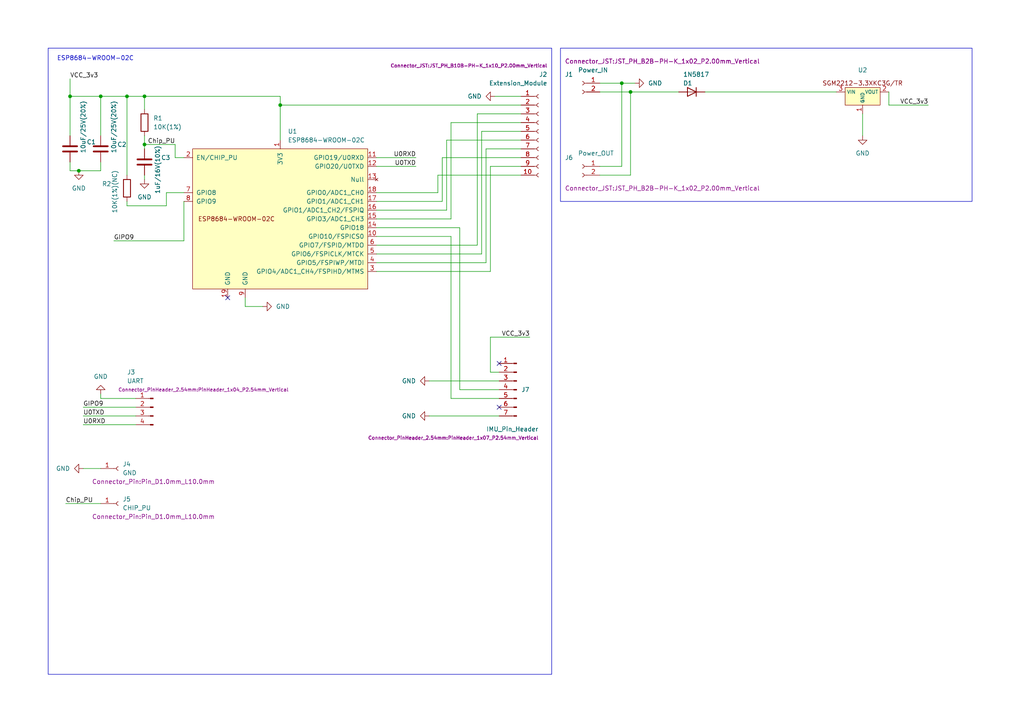
<source format=kicad_sch>
(kicad_sch (version 20230121) (generator eeschema)
  (paper "A4")
  (title_block (title "LimeVR_Soda") (date "2024-02-24") (rev "v1.1") (company "SourLemonJuice"))
  (lib_symbols
    (symbol "Connector:Conn_01x01_Socket" (pin_names (offset 1.016) hide)
      (property "Reference" "J" (at 0 2.54 0))
      (property "Value" "Conn_01x01_Socket" (at 0 -2.54 0))
      (symbol "Conn_01x01_Socket_1_1"
        (polyline (pts (xy -1.27 0) (xy -0.508 0)) (stroke (width 0.1524)))
        (arc (start 0 0.508) (mid -0.5058 0) (end 0 -0.508) (stroke (width 0.1524)))
        (pin passive line (at -5.08 0 0) (length 3.81) (name "Pin_1") (number "1"))
      )
    )
    (symbol "Connector:Conn_01x02_Socket" (pin_names (offset 1.016) hide)
      (property "Reference" "J" (at 0 2.54 0))
      (property "Value" "Conn_01x02_Socket" (at 0 -5.08 0))
      (symbol "Conn_01x02_Socket_1_1"
        (arc (start 0 -2.032) (mid -0.5058 -2.54) (end 0 -3.048) (stroke (width 0.1524)))
        (polyline (pts (xy -1.27 -2.54) (xy -0.508 -2.54)) (stroke (width 0.1524)))
        (polyline (pts (xy -1.27 0) (xy -0.508 0)) (stroke (width 0.1524)))
        (arc (start 0 0.508) (mid -0.5058 0) (end 0 -0.508) (stroke (width 0.1524)))
        (pin passive line (at -5.08 0 0) (length 3.81) (name "Pin_1") (number "1"))
        (pin passive line (at -5.08 -2.54 0) (length 3.81) (name "Pin_2") (number "2"))
      )
    )
    (symbol "Connector:Conn_01x04_Pin" (pin_names (offset 1.016) hide)
      (property "Reference" "J" (at 0 5.08 0))
      (property "Value" "Conn_01x04_Pin" (at 0 -7.62 0))
      (symbol "Conn_01x04_Pin_1_1"
        (polyline (pts (xy 1.27 -5.08) (xy 0.8636 -5.08)) (stroke (width 0.1524)))
        (polyline (pts (xy 1.27 -2.54) (xy 0.8636 -2.54)) (stroke (width 0.1524)))
        (polyline (pts (xy 1.27 0) (xy 0.8636 0)) (stroke (width 0.1524)))
        (polyline (pts (xy 1.27 2.54) (xy 0.8636 2.54)) (stroke (width 0.1524)))
        (rectangle (start 0.8636 -4.953) (end 0 -5.207) (stroke (width 0.1524)) (fill (type outline)))
        (rectangle (start 0.8636 -2.413) (end 0 -2.667) (stroke (width 0.1524)) (fill (type outline)))
        (rectangle (start 0.8636 0.127) (end 0 -0.127) (stroke (width 0.1524)) (fill (type outline)))
        (rectangle (start 0.8636 2.667) (end 0 2.413) (stroke (width 0.1524)) (fill (type outline)))
        (pin passive line (at 5.08 2.54 180) (length 3.81) (name "Pin_1") (number "1"))
        (pin passive line (at 5.08 0 180) (length 3.81) (name "Pin_2") (number "2"))
        (pin passive line (at 5.08 -2.54 180) (length 3.81) (name "Pin_3") (number "3"))
        (pin passive line (at 5.08 -5.08 180) (length 3.81) (name "Pin_4") (number "4"))
      )
    )
    (symbol "Connector:Conn_01x07_Pin" (pin_names (offset 1.016) hide)
      (property "Reference" "J" (at 0 10.16 0))
      (property "Value" "Conn_01x07_Pin" (at 0 -10.16 0))
      (symbol "Conn_01x07_Pin_1_1"
        (polyline (pts (xy 1.27 -7.62) (xy 0.8636 -7.62)) (stroke (width 0.1524)))
        (polyline (pts (xy 1.27 -5.08) (xy 0.8636 -5.08)) (stroke (width 0.1524)))
        (polyline (pts (xy 1.27 -2.54) (xy 0.8636 -2.54)) (stroke (width 0.1524)))
        (polyline (pts (xy 1.27 0) (xy 0.8636 0)) (stroke (width 0.1524)))
        (polyline (pts (xy 1.27 2.54) (xy 0.8636 2.54)) (stroke (width 0.1524)))
        (polyline (pts (xy 1.27 5.08) (xy 0.8636 5.08)) (stroke (width 0.1524)))
        (polyline (pts (xy 1.27 7.62) (xy 0.8636 7.62)) (stroke (width 0.1524)))
        (rectangle (start 0.8636 -7.493) (end 0 -7.747) (stroke (width 0.1524)) (fill (type outline)))
        (rectangle (start 0.8636 -4.953) (end 0 -5.207) (stroke (width 0.1524)) (fill (type outline)))
        (rectangle (start 0.8636 -2.413) (end 0 -2.667) (stroke (width 0.1524)) (fill (type outline)))
        (rectangle (start 0.8636 0.127) (end 0 -0.127) (stroke (width 0.1524)) (fill (type outline)))
        (rectangle (start 0.8636 2.667) (end 0 2.413) (stroke (width 0.1524)) (fill (type outline)))
        (rectangle (start 0.8636 5.207) (end 0 4.953) (stroke (width 0.1524)) (fill (type outline)))
        (rectangle (start 0.8636 7.747) (end 0 7.493) (stroke (width 0.1524)) (fill (type outline)))
        (pin passive line (at 5.08 7.62 180) (length 3.81) (name "Pin_1") (number "1"))
        (pin passive line (at 5.08 5.08 180) (length 3.81) (name "Pin_2") (number "2"))
        (pin passive line (at 5.08 2.54 180) (length 3.81) (name "Pin_3") (number "3"))
        (pin passive line (at 5.08 0 180) (length 3.81) (name "Pin_4") (number "4"))
        (pin passive line (at 5.08 -2.54 180) (length 3.81) (name "Pin_5") (number "5"))
        (pin passive line (at 5.08 -5.08 180) (length 3.81) (name "Pin_6") (number "6"))
        (pin passive line (at 5.08 -7.62 180) (length 3.81) (name "Pin_7") (number "7"))
      )
    )
    (symbol "Connector:Conn_01x10_Socket" (pin_names (offset 1.016) hide)
      (property "Reference" "J" (at 0 12.7 0))
      (property "Value" "Conn_01x10_Socket" (at 0 -15.24 0))
      (symbol "Conn_01x10_Socket_1_1"
        (arc (start 0 -12.192) (mid -0.5058 -12.7) (end 0 -13.208) (stroke (width 0.1524)))
        (arc (start 0 -9.652) (mid -0.5058 -10.16) (end 0 -10.668) (stroke (width 0.1524)))
        (arc (start 0 -7.112) (mid -0.5058 -7.62) (end 0 -8.128) (stroke (width 0.1524)))
        (arc (start 0 -4.572) (mid -0.5058 -5.08) (end 0 -5.588) (stroke (width 0.1524)))
        (arc (start 0 -2.032) (mid -0.5058 -2.54) (end 0 -3.048) (stroke (width 0.1524)))
        (polyline (pts (xy -1.27 -12.7) (xy -0.508 -12.7)) (stroke (width 0.1524)))
        (polyline (pts (xy -1.27 -10.16) (xy -0.508 -10.16)) (stroke (width 0.1524)))
        (polyline (pts (xy -1.27 -7.62) (xy -0.508 -7.62)) (stroke (width 0.1524)))
        (polyline (pts (xy -1.27 -5.08) (xy -0.508 -5.08)) (stroke (width 0.1524)))
        (polyline (pts (xy -1.27 -2.54) (xy -0.508 -2.54)) (stroke (width 0.1524)))
        (polyline (pts (xy -1.27 0) (xy -0.508 0)) (stroke (width 0.1524)))
        (polyline (pts (xy -1.27 2.54) (xy -0.508 2.54)) (stroke (width 0.1524)))
        (polyline (pts (xy -1.27 5.08) (xy -0.508 5.08)) (stroke (width 0.1524)))
        (polyline (pts (xy -1.27 7.62) (xy -0.508 7.62)) (stroke (width 0.1524)))
        (polyline (pts (xy -1.27 10.16) (xy -0.508 10.16)) (stroke (width 0.1524)))
        (arc (start 0 0.508) (mid -0.5058 0) (end 0 -0.508) (stroke (width 0.1524)))
        (arc (start 0 3.048) (mid -0.5058 2.54) (end 0 2.032) (stroke (width 0.1524)))
        (arc (start 0 5.588) (mid -0.5058 5.08) (end 0 4.572) (stroke (width 0.1524)))
        (arc (start 0 8.128) (mid -0.5058 7.62) (end 0 7.112) (stroke (width 0.1524)))
        (arc (start 0 10.668) (mid -0.5058 10.16) (end 0 9.652) (stroke (width 0.1524)))
        (pin passive line (at -5.08 10.16 0) (length 3.81) (name "Pin_1") (number "1"))
        (pin passive line (at -5.08 -12.7 0) (length 3.81) (name "Pin_10") (number "10"))
        (pin passive line (at -5.08 7.62 0) (length 3.81) (name "Pin_2") (number "2"))
        (pin passive line (at -5.08 5.08 0) (length 3.81) (name "Pin_3") (number "3"))
        (pin passive line (at -5.08 2.54 0) (length 3.81) (name "Pin_4") (number "4"))
        (pin passive line (at -5.08 0 0) (length 3.81) (name "Pin_5") (number "5"))
        (pin passive line (at -5.08 -2.54 0) (length 3.81) (name "Pin_6") (number "6"))
        (pin passive line (at -5.08 -5.08 0) (length 3.81) (name "Pin_7") (number "7"))
        (pin passive line (at -5.08 -7.62 0) (length 3.81) (name "Pin_8") (number "8"))
        (pin passive line (at -5.08 -10.16 0) (length 3.81) (name "Pin_9") (number "9"))
      )
    )
    (symbol "Device:C" (pin_numbers hide) (pin_names (offset 0.254))
      (property "Reference" "C" (at 0.635 2.54 0))
      (property "Value" "C" (at 0.635 -2.54 0))
      (symbol "C_0_1"
        (polyline (pts (xy -2.032 -0.762) (xy 2.032 -0.762)) (stroke (width 0.508)))
        (polyline (pts (xy -2.032 0.762) (xy 2.032 0.762)) (stroke (width 0.508)))
      )
      (symbol "C_1_1"
        (pin passive line (at 0 3.81 270) (length 2.794) (name "~") (number "1"))
        (pin passive line (at 0 -3.81 90) (length 2.794) (name "~") (number "2"))
      )
    )
    (symbol "Device:D" (pin_numbers hide) (pin_names (offset 1.016) hide)
      (property "Reference" "D" (at 0 2.54 0))
      (property "Value" "D" (at 0 -2.54 0))
      (symbol "D_0_1"
        (polyline (pts (xy -1.27 1.27) (xy -1.27 -1.27)) (stroke (width 0.254)))
        (polyline (pts (xy 1.27 0) (xy -1.27 0)))
        (polyline (pts (xy 1.27 1.27) (xy 1.27 -1.27) (xy -1.27 0) (xy 1.27 1.27)) (stroke (width 0.254)))
      )
      (symbol "D_1_1"
        (pin passive line (at -3.81 0 0) (length 2.54) (name "K") (number "1"))
        (pin passive line (at 3.81 0 180) (length 2.54) (name "A") (number "2"))
      )
    )
    (symbol "Device:R" (pin_numbers hide) (pin_names (offset 0))
      (property "Reference" "R" (at 2.032 0 90))
      (property "Value" "R" (at 0 0 90))
      (symbol "R_0_1"
        (rectangle (start -1.016 -2.54) (end 1.016 2.54) (stroke (width 0.254)))
      )
      (symbol "R_1_1"
        (pin passive line (at 0 3.81 270) (length 1.27) (name "~") (number "1"))
        (pin passive line (at 0 -3.81 90) (length 1.27) (name "~") (number "2"))
      )
    )
    (symbol "SourLemonJuice:ESP8684-WROOM-02C" (pin_names (offset 1.016))
      (property "Reference" "U" (at -25.4 25.4 0))
      (property "Value" "ESP8684-WROOM-02C" (at -25.4 22.86 0))
      (symbol "ESP8684-WROOM-02C_0_1"
        (rectangle (start -25.4 20.32) (end 25.4 -20.32) (fill (type background)))
      )
      (symbol "ESP8684-WROOM-02C_1_0"
        (text "ESP8684-WROOM-02C" (at -12.7 0 0) (effects (font (size 1.27 1.27))))
      )
      (symbol "ESP8684-WROOM-02C_1_1"
        (pin power_in line (at 0 22.86 270) (length 2.54) (name "3V3") (number "1"))
        (pin bidirectional line (at 27.94 -5.08 180) (length 2.54) (name "GPIO10/FSPICS0") (number "10"))
        (pin bidirectional line (at 27.94 17.78 180) (length 2.54) (name "GPIO19/U0RXD") (number "11"))
        (pin bidirectional line (at 27.94 15.24 180) (length 2.54) (name "GPIO20/U0TXD") (number "12"))
        (pin no_connect line (at 27.94 11.43 180) (length 2.54) (name "Null") (number "13"))
        (pin bidirectional line (at 27.94 -2.54 180) (length 2.54) (name "GPIO18") (number "14"))
        (pin bidirectional line (at 27.94 0 180) (length 2.54) (name "GPIO3/ADC1_CH3") (number "15"))
        (pin bidirectional line (at 27.94 2.54 180) (length 2.54) (name "GPIO1/ADC1_CH2/FSPIQ") (number "16"))
        (pin bidirectional line (at 27.94 5.08 180) (length 2.54) (name "GPIO1/ADC1_CH1") (number "17"))
        (pin bidirectional line (at 27.94 7.62 180) (length 2.54) (name "GPIO0/ADC1_CH0") (number "18"))
        (pin power_in line (at -15.24 -22.86 90) (length 2.54) (name "GND") (number "19"))
        (pin input line (at -27.94 17.78 0) (length 2.54) (name "EN/CHIP_PU") (number "2"))
        (pin bidirectional line (at 27.94 -15.24 180) (length 2.54) (name "GPIO4/ADC1_CH4/FSPIHD/MTMS") (number "3"))
        (pin bidirectional line (at 27.94 -12.7 180) (length 2.54) (name "GPIO5/FSPIWP/MTDI") (number "4"))
        (pin bidirectional line (at 27.94 -10.16 180) (length 2.54) (name "GPIO6/FSPICLK/MTCK") (number "5"))
        (pin bidirectional line (at 27.94 -7.62 180) (length 2.54) (name "GPIO7/FSPID/MTDO") (number "6"))
        (pin bidirectional line (at -27.94 7.62 0) (length 2.54) (name "GPIO8") (number "7"))
        (pin bidirectional line (at -27.94 5.08 0) (length 2.54) (name "GPIO9") (number "8"))
        (pin power_in line (at -10.16 -22.86 90) (length 2.54) (name "GND") (number "9"))
      )
    )
    (symbol "SourLemonJuice:SGM2212-3.3XKC3G/TR"
      (property "Reference" "U" (at -5.08 7.62 0))
      (symbol "SGM2212-3.3XKC3G/TR_1_1"
        (rectangle (start -5.08 3.81) (end 5.08 -1.27) (fill (type background)))
        (text "SGM2212-3.3XKC3G/TR" (at 0 5.08 0) (effects (font (size 1.27 1.27))))
        (pin bidirectional line (at 0 -3.81 90) (length 2.54) (name "GND") (number "1"))
        (pin bidirectional line (at 7.62 2.54 180) (length 2.54) (name "VOUT") (number "2"))
        (pin bidirectional line (at -7.62 2.54 0) (length 2.54) (name "VIN") (number "3"))
      )
    )
    (symbol "power:GND" (power) (pin_names (offset 0))
      (property "Value" "GND" (at 0 -3.81 0))
      (symbol "GND_0_1"
        (polyline (pts (xy 0 0) (xy 0 -1.27) (xy 1.27 -1.27) (xy 0 -2.54) (xy -1.27 -1.27) (xy 0 -1.27)))
      )
      (symbol "GND_1_1"
        (pin power_in line (at 0 0 270) (length 0) hide (name "GND") (number "1"))
      )
    )
  )
  (junction (at 41.91 41.91))
  (junction (at 81.28 30.48))
  (junction (at 182.88 26.67))
  (junction (at 180.34 24.13))
  (junction (at 41.91 27.94))
  (junction (at 36.83 27.94))
  (junction (at 29.21 27.94))
  (junction (at 22.86 49.53))
  (junction (at 20.32 27.94))
  (no_connect (at 144.78 118.11))
  (no_connect (at 66.04 86.36))
  (no_connect (at 144.78 105.41))
  (wire (pts (xy 151.13 45.72) (xy 128.27 45.72)))
  (wire (pts (xy 41.91 27.94) (xy 81.28 27.94)))
  (wire (pts (xy 138.43 71.12) (xy 138.43 33.02)))
  (wire (pts (xy 124.46 120.65) (xy 144.78 120.65)))
  (wire (pts (xy 33.02 69.85) (xy 53.34 69.85)))
  (wire (pts (xy 41.91 41.91) (xy 41.91 43.18)))
  (wire (pts (xy 29.21 114.3) (xy 29.21 115.57)))
  (wire (pts (xy 257.81 30.48) (xy 269.24 30.48)))
  (wire (pts (xy 76.2 88.9) (xy 71.12 88.9)))
  (wire (pts (xy 142.24 97.79) (xy 153.67 97.79)))
  (wire (pts (xy 138.43 33.02) (xy 151.13 33.02)))
  (wire (pts (xy 250.19 33.02) (xy 250.19 39.37)))
  (wire (pts (xy 130.81 63.5) (xy 109.22 63.5)))
  (wire (pts (xy 36.83 58.42) (xy 36.83 59.69)))
  (wire (pts (xy 143.51 27.94) (xy 151.13 27.94)))
  (wire (pts (xy 109.22 48.26) (xy 120.65 48.26)))
  (wire (pts (xy 24.13 120.65) (xy 39.37 120.65)))
  (wire (pts (xy 20.32 49.53) (xy 22.86 49.53)))
  (wire (pts (xy 144.78 113.03) (xy 133.35 113.03)))
  (wire (pts (xy 41.91 27.94) (xy 41.91 31.75)))
  (wire (pts (xy 29.21 46.99) (xy 29.21 49.53)))
  (wire (pts (xy 204.47 26.67) (xy 242.57 26.67)))
  (wire (pts (xy 139.7 38.1) (xy 151.13 38.1)))
  (wire (pts (xy 48.26 55.88) (xy 53.34 55.88)))
  (wire (pts (xy 50.8 45.72) (xy 53.34 45.72)))
  (wire (pts (xy 124.46 110.49) (xy 144.78 110.49)))
  (wire (pts (xy 41.91 50.8) (xy 41.91 52.07)))
  (wire (pts (xy 127 50.8) (xy 127 55.88)))
  (wire (pts (xy 29.21 115.57) (xy 39.37 115.57)))
  (wire (pts (xy 22.86 49.53) (xy 29.21 49.53)))
  (wire (pts (xy 20.32 49.53) (xy 20.32 46.99)))
  (wire (pts (xy 24.13 135.89) (xy 29.21 135.89)))
  (wire (pts (xy 36.83 27.94) (xy 36.83 50.8)))
  (wire (pts (xy 36.83 59.69) (xy 48.26 59.69)))
  (wire (pts (xy 130.81 115.57) (xy 144.78 115.57)))
  (wire (pts (xy 142.24 48.26) (xy 151.13 48.26)))
  (wire (pts (xy 109.22 71.12) (xy 138.43 71.12)))
  (wire (pts (xy 50.8 41.91) (xy 50.8 45.72)))
  (wire (pts (xy 180.34 24.13) (xy 184.15 24.13)))
  (wire (pts (xy 81.28 27.94) (xy 81.28 30.48)))
  (wire (pts (xy 29.21 27.94) (xy 20.32 27.94)))
  (wire (pts (xy 130.81 68.58) (xy 130.81 115.57)))
  (wire (pts (xy 81.28 30.48) (xy 81.28 40.64)))
  (wire (pts (xy 24.13 118.11) (xy 39.37 118.11)))
  (wire (pts (xy 127 55.88) (xy 109.22 55.88)))
  (wire (pts (xy 109.22 78.74) (xy 142.24 78.74)))
  (wire (pts (xy 81.28 30.48) (xy 151.13 30.48)))
  (wire (pts (xy 29.21 27.94) (xy 36.83 27.94)))
  (wire (pts (xy 109.22 45.72) (xy 120.65 45.72)))
  (wire (pts (xy 140.97 43.18) (xy 151.13 43.18)))
  (wire (pts (xy 48.26 55.88) (xy 48.26 59.69)))
  (wire (pts (xy 128.27 58.42) (xy 109.22 58.42)))
  (wire (pts (xy 109.22 76.2) (xy 140.97 76.2)))
  (wire (pts (xy 182.88 50.8) (xy 182.88 26.67)))
  (wire (pts (xy 130.81 68.58) (xy 109.22 68.58)))
  (wire (pts (xy 182.88 26.67) (xy 173.99 26.67)))
  (wire (pts (xy 173.99 48.26) (xy 180.34 48.26)))
  (wire (pts (xy 151.13 40.64) (xy 129.54 40.64)))
  (wire (pts (xy 29.21 27.94) (xy 29.21 39.37)))
  (wire (pts (xy 53.34 69.85) (xy 53.34 58.42)))
  (wire (pts (xy 130.81 35.56) (xy 130.81 63.5)))
  (wire (pts (xy 182.88 26.67) (xy 196.85 26.67)))
  (wire (pts (xy 142.24 107.95) (xy 144.78 107.95)))
  (wire (pts (xy 151.13 50.8) (xy 127 50.8)))
  (wire (pts (xy 151.13 35.56) (xy 130.81 35.56)))
  (wire (pts (xy 140.97 76.2) (xy 140.97 43.18)))
  (wire (pts (xy 173.99 24.13) (xy 180.34 24.13)))
  (wire (pts (xy 129.54 60.96) (xy 109.22 60.96)))
  (wire (pts (xy 71.12 88.9) (xy 71.12 86.36)))
  (wire (pts (xy 20.32 22.86) (xy 20.32 27.94)))
  (wire (pts (xy 109.22 73.66) (xy 139.7 73.66)))
  (wire (pts (xy 41.91 41.91) (xy 50.8 41.91)))
  (wire (pts (xy 109.22 66.04) (xy 133.35 66.04)))
  (wire (pts (xy 142.24 78.74) (xy 142.24 48.26)))
  (wire (pts (xy 41.91 39.37) (xy 41.91 41.91)))
  (wire (pts (xy 19.05 146.05) (xy 29.21 146.05)))
  (wire (pts (xy 24.13 123.19) (xy 39.37 123.19)))
  (wire (pts (xy 180.34 24.13) (xy 180.34 48.26)))
  (wire (pts (xy 20.32 27.94) (xy 20.32 39.37)))
  (wire (pts (xy 142.24 97.79) (xy 142.24 107.95)))
  (wire (pts (xy 133.35 113.03) (xy 133.35 66.04)))
  (wire (pts (xy 129.54 40.64) (xy 129.54 60.96)))
  (wire (pts (xy 36.83 27.94) (xy 41.91 27.94)))
  (wire (pts (xy 173.99 50.8) (xy 182.88 50.8)))
  (wire (pts (xy 128.27 45.72) (xy 128.27 58.42)))
  (wire (pts (xy 257.81 30.48) (xy 257.81 26.67)))
  (wire (pts (xy 139.7 73.66) (xy 139.7 38.1)))
  (rectangle (start 13.97 13.97) (end 160.02 195.58))
  (rectangle (start 162.56 13.97) (end 281.94 58.42))
  (text "ESP8684-WROOM-02C" (at 16.51 17.78 0) (effects (font (size 1.27 1.27)) (justify left bottom)))
  (label "Chip_PU" (at 50.8 41.91 180))
  (label "GIPO9" (at 24.13 118.11 0))
  (label "VCC_3v3" (at 153.67 97.79 180))
  (label "U0RXD" (at 120.65 45.72 180))
  (label "U0TXD" (at 120.65 48.26 180))
  (label "U0TXD" (at 24.13 120.65 0))
  (label "VCC_3v3" (at 269.24 30.48 180))
  (label "Chip_PU" (at 19.05 146.05 0))
  (label "VCC_3v3" (at 20.32 22.86 0))
  (label "GIPO9" (at 33.02 69.85 0))
  (label "U0RXD" (at 24.13 123.19 0))
  (symbol (lib_id "Device:C") (at 20.32 43.18 0) (unit 1)
    (property "Reference" "C1" (at 25.13 41.91 0) (effects (justify left bottom)))
    (property "Value" "10uF/25V(20%)" (at 24.13 44.45 90) (effects (justify left)))
    (property "Footprint" "Resistor_SMD:R_1210_3225Metric_Pad1.30x2.65mm_HandSolder" (effects hide))
  )
  (symbol (lib_id "Connector:Conn_01x02_Socket") (at 168.91 48.26 0) (mirror y) (unit 1)
    (property "Reference" "J6" (at 163.83 45.72 0) (effects (justify right)))
    (property "Value" "Power_OUT" (at 167.64 44.45 0) (effects (justify right)))
    (property "Footprint" "Connector_JST:JST_PH_B2B-PH-K_1x02_P2.00mm_Vertical" (at 163.83 54.61 0) (effects (justify right)))
  )
  (symbol (lib_id "power:GND") (at 22.86 49.53 0) (unit 1)
    (property "Reference" "#PWR01" (effects hide))
    (property "Value" "GND" (at 22.86 54.61 0))
  )
  (symbol (lib_id "power:GND") (at 250.19 39.37 0) (unit 1)
    (property "Reference" "#PWR06" (effects hide))
    (property "Value" "GND" (at 250.19 44.45 0))
  )
  (symbol (lib_id "Connector:Conn_01x01_Socket") (at 34.29 135.89 0) (unit 1)
    (property "Reference" "J4" (at 35.56 134.62 0) (effects (justify left)))
    (property "Value" "GND" (at 35.56 137.16 0) (effects (justify left)))
    (property "Footprint" "Connector_Pin:Pin_D1.0mm_L10.0mm" (at 26.67 139.7 0) (effects (justify left)))
  )
  (symbol (lib_id "power:GND") (at 124.46 110.49 270) (unit 1)
    (property "Reference" "#PWR09" (effects hide))
    (property "Value" "GND" (at 120.65 110.49 90) (effects (justify right)))
  )
  (symbol (lib_id "Device:D") (at 200.66 26.67 0) (mirror y) (unit 1)
    (property "Reference" "D1" (at 198.12 24.13 0) (effects (justify right)))
    (property "Value" "1N5817" (at 198.12 21.59 0) (effects (justify right)))
    (property "Footprint" "Diode_THT:D_DO-41_SOD81_P7.62mm_Horizontal" (effects hide))
    (property "Sim.Device" "D" (effects hide))
    (property "Sim.Pins" "1=K 2=A" (effects hide))
  )
  (symbol (lib_id "Device:C") (at 41.91 46.99 0) (unit 1)
    (property "Reference" "C3" (at 46.72 45.72 0) (effects (justify left)))
    (property "Value" "1uF/16V(10%)" (at 45.72 56.26 90) (effects (justify left)))
    (property "Footprint" "Resistor_SMD:R_1210_3225Metric_Pad1.30x2.65mm_HandSolder" (effects hide))
  )
  (symbol (lib_id "power:GND") (at 76.2 88.9 90) (mirror x) (unit 1)
    (property "Reference" "#PWR03" (effects hide))
    (property "Value" "GND" (at 80.01 88.9 90) (effects (justify right)))
  )
  (symbol (lib_id "Device:R") (at 41.91 35.56 0) (unit 1)
    (property "Reference" "R1" (at 44.45 34.29 0) (effects (justify left)))
    (property "Value" "10K(1%)" (at 44.45 36.83 0) (effects (justify left)))
    (property "Footprint" "Resistor_SMD:R_1210_3225Metric_Pad1.30x2.65mm_HandSolder" (effects hide))
  )
  (symbol (lib_id "power:GND") (at 24.13 135.89 270) (unit 1)
    (property "Reference" "#PWR05" (effects hide))
    (property "Value" "GND" (at 20.32 135.89 90) (effects (justify right)))
  )
  (symbol (lib_id "Device:R") (at 36.83 54.61 0) (mirror y) (unit 1)
    (property "Reference" "R2" (at 32.29 53.34 0) (effects (justify left)))
    (property "Value" "10K(1%)(NC)" (at 33.29 61.88 90) (effects (justify left)))
    (property "Footprint" "Resistor_SMD:R_1210_3225Metric_Pad1.30x2.65mm_HandSolder" (effects hide))
  )
  (symbol (lib_id "power:GND") (at 143.51 27.94 270) (unit 1)
    (property "Reference" "#PWR07" (effects hide))
    (property "Value" "GND" (at 139.7 27.94 90) (effects (justify right)))
  )
  (symbol (lib_id "Connector:Conn_01x10_Socket") (at 156.21 38.1 0) (unit 1)
    (property "Reference" "J2" (at 158.75 21.59 0) (effects (justify right)))
    (property "Value" "Extension_Module" (at 158.75 24.13 0) (effects (justify right)))
    (property "Footprint" "Connector_JST:JST_PH_B10B-PH-K_1x10_P2.00mm_Vertical" (at 158.75 19.05 0) (effects (font (size 1 1)) (justify right)))
  )
  (symbol (lib_id "power:GND") (at 184.15 24.13 90) (unit 1)
    (property "Reference" "#PWR04" (effects hide))
    (property "Value" "GND" (at 187.96 24.13 90) (effects (justify right)))
  )
  (symbol (lib_id "power:GND") (at 41.91 52.07 0) (unit 1)
    (property "Reference" "#PWR02" (effects hide))
    (property "Value" "GND" (at 41.91 57.15 0))
  )
  (symbol (lib_id "power:GND") (at 124.46 120.65 270) (unit 1)
    (property "Reference" "#PWR010" (effects hide))
    (property "Value" "GND" (at 120.65 120.65 90) (effects (justify right)))
  )
  (symbol (lib_id "Connector:Conn_01x07_Pin") (at 149.86 113.03 0) (mirror y) (unit 1)
    (property "Reference" "J7" (at 152.4 113.03 0))
    (property "Value" "IMU_Pin_Header" (at 156.21 124.46 0) (effects (justify left)))
    (property "Footprint" "Connector_PinHeader_2.54mm:PinHeader_1x07_P2.54mm_Vertical" (at 156.21 127 0) (effects (font (size 1 1)) (justify left)))
  )
  (symbol (lib_id "Connector:Conn_01x01_Socket") (at 34.29 146.05 0) (unit 1)
    (property "Reference" "J5" (at 35.56 144.78 0) (effects (justify left)))
    (property "Value" "CHIP_PU" (at 35.56 147.32 0) (effects (justify left)))
    (property "Footprint" "Connector_Pin:Pin_D1.0mm_L10.0mm" (at 26.67 149.86 0) (effects (justify left)))
  )
  (symbol (lib_id "Connector:Conn_01x04_Pin") (at 44.45 118.11 0) (mirror y) (unit 1)
    (property "Reference" "J3" (at 36.83 107.95 0) (effects (justify right)))
    (property "Value" "UART" (at 36.83 110.49 0) (effects (justify right)))
    (property "Footprint" "Connector_PinHeader_2.54mm:PinHeader_1x04_P2.54mm_Vertical" (at 34.29 113.03 0) (effects (font (size 1 1)) (justify right)))
  )
  (symbol (lib_id "Device:C") (at 29.21 43.18 0) (unit 1)
    (property "Reference" "C2" (at 34.02 41.91 0) (effects (justify left)))
    (property "Value" "10uF/25V(20%)" (at 33.02 44.45 90) (effects (justify left)))
    (property "Footprint" "Resistor_SMD:R_1210_3225Metric_Pad1.30x2.65mm_HandSolder" (effects hide))
  )
  (symbol (lib_id "power:GND") (at 29.21 114.3 180) (unit 1)
    (property "Reference" "#PWR08" (effects hide))
    (property "Value" "GND" (at 29.21 109.22 0))
  )
  (symbol (lib_id "Connector:Conn_01x02_Socket") (at 168.91 24.13 0) (mirror y) (unit 1)
    (property "Reference" "J1" (at 163.83 21.59 0) (effects (justify right)))
    (property "Value" "Power_IN" (at 167.64 20.32 0) (effects (justify right)))
    (property "Footprint" "Connector_JST:JST_PH_B2B-PH-K_1x02_P2.00mm_Vertical" (at 163.83 17.78 0) (effects (justify right)))
  )
  (symbol (lib_id "SourLemonJuice:SGM2212-3.3XKC3G/TR") (at 250.19 29.21 0) (unit 1)
    (property "Reference" "U2" (at 250.19 20.32 0))
    (property "Value" "~" (at 250.19 29.21 0))
    (property "Footprint" "SourLemonJuice:SGM2212-3.3XKC3G.TR" (effects hide))
    (property "Datasheet" "https://www.sg-micro.com/uploads/soft/20230723/1690103353.pdf" (effects hide))
  )
  (symbol (lib_id "SourLemonJuice:ESP8684-WROOM-02C") (at 81.28 63.5 0) (unit 1)
    (property "Reference" "U1" (at 83.4741 38.1 0) (effects (justify left)))
    (property "Value" "ESP8684-WROOM-02C" (at 83.4741 40.64 0) (effects (justify left)))
    (property "Footprint" "SourLemonJuice:ESP8684-WROOM-02C" (effects hide))
    (property "Datasheet" "https://www.espressif.com/sites/default/files/documentation/esp8684-wroom-02c_datasheet_cn.pdf" (effects hide))
  )
)
</source>
